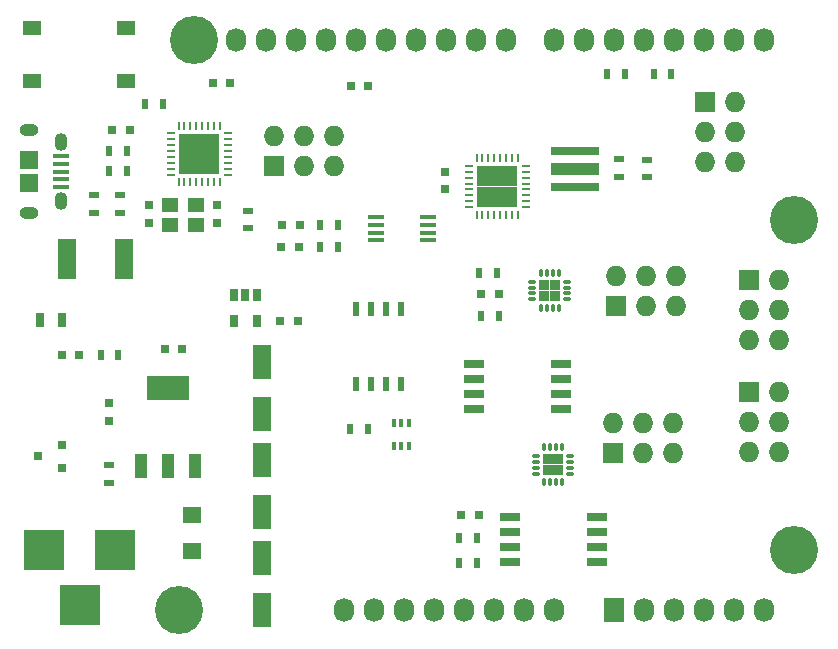
<source format=gts>
G04 #@! TF.FileFunction,Soldermask,Top*
%FSLAX46Y46*%
G04 Gerber Fmt 4.6, Leading zero omitted, Abs format (unit mm)*
G04 Created by KiCad (PCBNEW 4.0.2-stable) date Fri 17 Jun 2016 01:05:30 PM EDT*
%MOMM*%
G01*
G04 APERTURE LIST*
%ADD10C,0.100000*%
%ADD11R,0.700000X0.250000*%
%ADD12R,0.250000X0.700000*%
%ADD13R,1.725000X1.725000*%
%ADD14C,4.064000*%
%ADD15C,0.600000*%
%ADD16R,0.750000X0.800000*%
%ADD17R,0.500000X0.900000*%
%ADD18R,1.727200X1.727200*%
%ADD19O,1.727200X1.727200*%
%ADD20O,0.750000X0.300000*%
%ADD21O,0.300000X0.750000*%
%ADD22R,0.900000X0.900000*%
%ADD23R,1.727200X2.032000*%
%ADD24O,1.727200X2.032000*%
%ADD25R,1.400000X1.200000*%
%ADD26R,0.797560X0.797560*%
%ADD27R,4.100000X0.700000*%
%ADD28R,4.100000X1.000000*%
%ADD29R,0.900000X0.500000*%
%ADD30R,0.800000X0.750000*%
%ADD31R,1.600200X2.999740*%
%ADD32R,3.500120X3.500120*%
%ADD33R,1.600000X1.400000*%
%ADD34R,1.600000X3.500000*%
%ADD35R,0.700000X1.300000*%
%ADD36O,1.600000X1.000000*%
%ADD37R,1.350000X0.400000*%
%ADD38O,1.100000X1.500000*%
%ADD39R,1.500000X1.550000*%
%ADD40R,0.800100X0.800100*%
%ADD41R,1.550000X1.300000*%
%ADD42R,0.508000X1.143000*%
%ADD43R,1.700000X0.650000*%
%ADD44R,1.450000X0.450000*%
%ADD45R,3.657600X2.032000*%
%ADD46R,1.016000X2.032000*%
%ADD47R,0.650000X1.060000*%
%ADD48R,0.398780X0.749300*%
G04 APERTURE END LIST*
D10*
D11*
X154276000Y-89760000D03*
X154276000Y-89260000D03*
X154276000Y-88760000D03*
X154276000Y-88260000D03*
X154276000Y-87760000D03*
X154276000Y-87260000D03*
X154276000Y-86760000D03*
X154276000Y-86260000D03*
D12*
X153626000Y-85610000D03*
X153126000Y-85610000D03*
X152626000Y-85610000D03*
X152126000Y-85610000D03*
X151626000Y-85610000D03*
X151126000Y-85610000D03*
X150626000Y-85610000D03*
X150126000Y-85610000D03*
D11*
X149476000Y-86260000D03*
X149476000Y-86760000D03*
X149476000Y-87260000D03*
X149476000Y-87760000D03*
X149476000Y-88260000D03*
X149476000Y-88760000D03*
X149476000Y-89260000D03*
X149476000Y-89760000D03*
D12*
X150126000Y-90410000D03*
X150626000Y-90410000D03*
X151126000Y-90410000D03*
X151626000Y-90410000D03*
X152126000Y-90410000D03*
X152626000Y-90410000D03*
X153126000Y-90410000D03*
X153626000Y-90410000D03*
D13*
X151013500Y-87147500D03*
X151013500Y-88872500D03*
X152738500Y-87147500D03*
X152738500Y-88872500D03*
D14*
X177038000Y-118745000D03*
D15*
X125890500Y-86232500D03*
X127762000Y-86233000D03*
X127762000Y-84395000D03*
X125778000Y-84395000D03*
D16*
X147447000Y-86753000D03*
X147447000Y-88253000D03*
D17*
X139448000Y-108565000D03*
X140948000Y-108565000D03*
D18*
X161918000Y-98165000D03*
D19*
X161918000Y-95625000D03*
X164458000Y-98165000D03*
X164458000Y-95625000D03*
X166998000Y-98165000D03*
X166998000Y-95625000D03*
D20*
X157798000Y-97565000D03*
X157798000Y-97065000D03*
X157798000Y-96565000D03*
X157798000Y-96065000D03*
D21*
X157073000Y-95340000D03*
X156573000Y-95340000D03*
X156073000Y-95340000D03*
X155573000Y-95340000D03*
D20*
X154848000Y-96065000D03*
X154848000Y-96565000D03*
X154848000Y-97065000D03*
X154848000Y-97565000D03*
D21*
X155573000Y-98290000D03*
X156073000Y-98290000D03*
X156573000Y-98290000D03*
X157073000Y-98290000D03*
D22*
X155873000Y-96365000D03*
X155873000Y-97265000D03*
X156773000Y-96365000D03*
X156773000Y-97265000D03*
D23*
X161798000Y-123825000D03*
D24*
X164338000Y-123825000D03*
X166878000Y-123825000D03*
X169418000Y-123825000D03*
X171958000Y-123825000D03*
X174498000Y-123825000D03*
D18*
X169498000Y-80825000D03*
D19*
X172038000Y-80825000D03*
X169498000Y-83365000D03*
X172038000Y-83365000D03*
X169498000Y-85905000D03*
X172038000Y-85905000D03*
D18*
X161718000Y-110565000D03*
D19*
X161718000Y-108025000D03*
X164258000Y-110565000D03*
X164258000Y-108025000D03*
X166798000Y-110565000D03*
X166798000Y-108025000D03*
D18*
X132969000Y-86233000D03*
D19*
X132969000Y-83693000D03*
X135509000Y-86233000D03*
X135509000Y-83693000D03*
X138049000Y-86233000D03*
X138049000Y-83693000D03*
D25*
X124208000Y-89578000D03*
X124208000Y-91278000D03*
X126408000Y-89578000D03*
X126408000Y-91278000D03*
D26*
X135160000Y-91239000D03*
X133661400Y-91239000D03*
D20*
X155123000Y-110815000D03*
X155123000Y-111315000D03*
X155123000Y-111815000D03*
X155123000Y-112315000D03*
D21*
X155848000Y-113040000D03*
X156348000Y-113040000D03*
X156848000Y-113040000D03*
X157348000Y-113040000D03*
D20*
X158073000Y-112315000D03*
X158073000Y-111815000D03*
X158073000Y-111315000D03*
X158073000Y-110815000D03*
D21*
X157348000Y-110090000D03*
X156848000Y-110090000D03*
X156348000Y-110090000D03*
X155848000Y-110090000D03*
D22*
X157048000Y-112015000D03*
X157048000Y-111115000D03*
X156148000Y-112015000D03*
X156148000Y-111115000D03*
D17*
X120548000Y-86665000D03*
X119048000Y-86665000D03*
D27*
X158498000Y-88015000D03*
X158498000Y-85015000D03*
D28*
X158498000Y-86515000D03*
D29*
X162198000Y-87215000D03*
X162198000Y-85715000D03*
D14*
X177038000Y-90805000D03*
D24*
X138938000Y-123825000D03*
X141478000Y-123825000D03*
X144018000Y-123825000D03*
X146558000Y-123825000D03*
X149098000Y-123825000D03*
X151638000Y-123825000D03*
X154178000Y-123825000D03*
X156718000Y-123825000D03*
X174498000Y-75565000D03*
X171958000Y-75565000D03*
X169418000Y-75565000D03*
X166878000Y-75565000D03*
X164338000Y-75565000D03*
X161798000Y-75565000D03*
X159258000Y-75565000D03*
X156718000Y-75565000D03*
D30*
X125210000Y-101727000D03*
X123710000Y-101727000D03*
D16*
X122386000Y-91061000D03*
X122386000Y-89561000D03*
X118998000Y-107865000D03*
X118998000Y-106365000D03*
D30*
X120765000Y-83185000D03*
X119265000Y-83185000D03*
D16*
X128136000Y-89561000D03*
X128136000Y-91061000D03*
D31*
X131998000Y-111165360D03*
X131998000Y-115564640D03*
D30*
X133498000Y-99365000D03*
X134998000Y-99365000D03*
X139458000Y-79502000D03*
X140958000Y-79502000D03*
X127774000Y-79248000D03*
X129274000Y-79248000D03*
D31*
X131998000Y-119465720D03*
X131998000Y-123865000D03*
X131998000Y-102870000D03*
X131998000Y-107269280D03*
D30*
X150298000Y-115846000D03*
X148798000Y-115846000D03*
X150498000Y-97115000D03*
X151998000Y-97115000D03*
D32*
X119537480Y-118745000D03*
X113538000Y-118745000D03*
X116537740Y-123444000D03*
D33*
X125998000Y-115848000D03*
X125998000Y-118848000D03*
D26*
X116487000Y-102254000D03*
X114988400Y-102254000D03*
X135109300Y-93139000D03*
X133610700Y-93139000D03*
D34*
X115417600Y-94107000D03*
X120294400Y-94107000D03*
D35*
X113157000Y-99314000D03*
X115057000Y-99314000D03*
D36*
X112268000Y-90241000D03*
D37*
X114974500Y-85441000D03*
X114974500Y-86091000D03*
X114974500Y-86740100D03*
X114974500Y-87391000D03*
X114974500Y-88041000D03*
D38*
X114968000Y-84241000D03*
X114968000Y-89241000D03*
D36*
X112268000Y-83241000D03*
D39*
X112268000Y-85741000D03*
X112268000Y-87741000D03*
D40*
X114998760Y-111815000D03*
X114998760Y-109915000D03*
X112999780Y-110865000D03*
D29*
X118998000Y-111615000D03*
X118998000Y-113115000D03*
D17*
X119048000Y-85015000D03*
X120548000Y-85015000D03*
X122047000Y-81026000D03*
X123547000Y-81026000D03*
X162663000Y-78486000D03*
X161163000Y-78486000D03*
X165112000Y-78486000D03*
X166612000Y-78486000D03*
D29*
X130810000Y-90055000D03*
X130810000Y-91555000D03*
D17*
X150348000Y-95365000D03*
X151848000Y-95365000D03*
X118302000Y-102254000D03*
X119802000Y-102254000D03*
X138410000Y-93139000D03*
X136910000Y-93139000D03*
X138410000Y-91239000D03*
X136910000Y-91239000D03*
X150507000Y-98933000D03*
X152007000Y-98933000D03*
X150148000Y-117765000D03*
X148648000Y-117765000D03*
X148648000Y-119865000D03*
X150148000Y-119865000D03*
D29*
X164592000Y-85737000D03*
X164592000Y-87237000D03*
D41*
X120473000Y-74615000D03*
X120473000Y-79115000D03*
X112523000Y-79115000D03*
X112523000Y-74615000D03*
D42*
X139893000Y-98390000D03*
X141163000Y-98390000D03*
X142433000Y-98390000D03*
X143703000Y-98390000D03*
X143703000Y-104740000D03*
X142433000Y-104740000D03*
X141163000Y-104740000D03*
X139893000Y-104740000D03*
D43*
X149948000Y-103060000D03*
X149948000Y-104330000D03*
X149948000Y-105600000D03*
X149948000Y-106870000D03*
X157248000Y-106870000D03*
X157248000Y-105600000D03*
X157248000Y-104330000D03*
X157248000Y-103060000D03*
D44*
X145998000Y-92565000D03*
X145998000Y-91915000D03*
X145998000Y-91265000D03*
X145998000Y-90615000D03*
X141598000Y-90615000D03*
X141598000Y-91265000D03*
X141598000Y-91915000D03*
X141598000Y-92565000D03*
D43*
X152998000Y-116025000D03*
X152998000Y-117295000D03*
X152998000Y-118565000D03*
X152998000Y-119835000D03*
X160298000Y-119835000D03*
X160298000Y-118565000D03*
X160298000Y-117295000D03*
X160298000Y-116025000D03*
D29*
X117748000Y-88765000D03*
X117748000Y-90265000D03*
X119898000Y-88765000D03*
X119898000Y-90265000D03*
D24*
X152654000Y-75565000D03*
X150114000Y-75565000D03*
X147574000Y-75565000D03*
X145034000Y-75565000D03*
X142494000Y-75565000D03*
X139954000Y-75565000D03*
X137414000Y-75565000D03*
X134874000Y-75565000D03*
X132334000Y-75565000D03*
X129794000Y-75565000D03*
D18*
X173228000Y-105410000D03*
D19*
X175768000Y-105410000D03*
X173228000Y-107950000D03*
X175768000Y-107950000D03*
X173228000Y-110490000D03*
X175768000Y-110490000D03*
D18*
X173228000Y-95885000D03*
D19*
X175768000Y-95885000D03*
X173228000Y-98425000D03*
X175768000Y-98425000D03*
X173228000Y-100965000D03*
X175768000Y-100965000D03*
D14*
X126238000Y-75565000D03*
X124968000Y-123825000D03*
D45*
X123998000Y-105063000D03*
D46*
X123998000Y-111667000D03*
X126284000Y-111667000D03*
X121712000Y-111667000D03*
D47*
X131498000Y-97165000D03*
X130548000Y-97165000D03*
X129598000Y-97165000D03*
X129598000Y-99365000D03*
X131498000Y-99365000D03*
D48*
X143097520Y-109965000D03*
X143747760Y-109965000D03*
X144398000Y-109965000D03*
X144398000Y-108065080D03*
X143747760Y-108065080D03*
X143097520Y-108065080D03*
D12*
X124890500Y-87657500D03*
X125390500Y-87657500D03*
X125890500Y-87657500D03*
X126390500Y-87657500D03*
X126890500Y-87657500D03*
X127390500Y-87657500D03*
X127890500Y-87657500D03*
X128390500Y-87657500D03*
D11*
X129040500Y-87007500D03*
X129040500Y-86507500D03*
X129040500Y-86007500D03*
X129040500Y-85507500D03*
X129040500Y-85007500D03*
X129040500Y-84507500D03*
X129040500Y-84007500D03*
X129040500Y-83507500D03*
D12*
X128390500Y-82857500D03*
X127890500Y-82857500D03*
X127390500Y-82857500D03*
X126890500Y-82857500D03*
X126390500Y-82857500D03*
X125890500Y-82857500D03*
X125390500Y-82857500D03*
X124890500Y-82857500D03*
D11*
X124240500Y-83507500D03*
X124240500Y-84007500D03*
X124240500Y-84507500D03*
X124240500Y-85007500D03*
X124240500Y-85507500D03*
X124240500Y-86007500D03*
X124240500Y-86507500D03*
X124240500Y-87007500D03*
D13*
X127503000Y-84395000D03*
X125778000Y-84395000D03*
X127503000Y-86120000D03*
X125778000Y-86120000D03*
M02*

</source>
